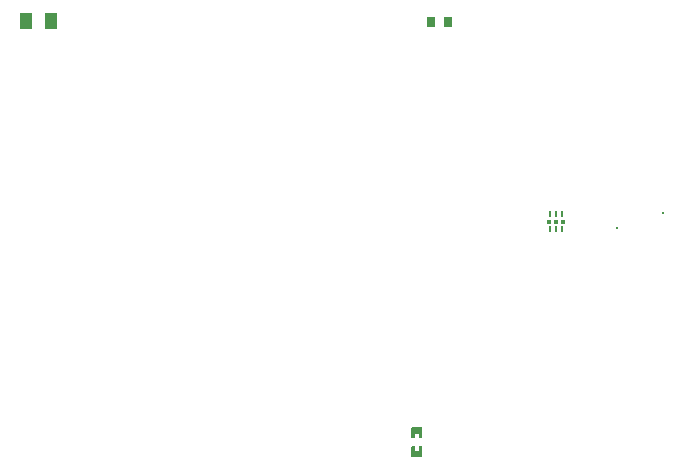
<source format=gtp>
G04 Layer: TopPasteMaskLayer*
G04 EasyEDA v6.5.44, 2024-08-16 12:26:17*
G04 7e42b9d55ad24638b13205517f627361,2d8cd5a3a09a4cbeba5460295dcbb1e6,10*
G04 Gerber Generator version 0.2*
G04 Scale: 100 percent, Rotated: No, Reflected: No *
G04 Dimensions in millimeters *
G04 leading zeros omitted , absolute positions ,4 integer and 5 decimal *
%FSLAX45Y45*%
%MOMM*%

%AMMACRO1*21,1,$1,$2,0,0,$3*%
%ADD10C,0.3000*%
%ADD11R,0.8000X0.9000*%
%ADD12MACRO1,1X1.3995X0.0000*%
%ADD13R,1.0000X1.3995*%
%ADD14R,0.2800X0.5000*%
%ADD15R,0.4500X0.3000*%
%ADD16R,0.3000X0.3000*%

%LPD*%
G36*
X4290720Y-4415993D02*
G01*
X4285691Y-4421022D01*
X4285691Y-4500981D01*
X4290720Y-4506010D01*
X4370679Y-4506010D01*
X4375708Y-4500981D01*
X4375708Y-4421022D01*
X4370679Y-4415993D01*
X4347921Y-4415993D01*
X4347921Y-4453026D01*
X4314901Y-4453026D01*
X4314901Y-4415993D01*
G37*
G36*
X4290720Y-4256989D02*
G01*
X4285691Y-4262018D01*
X4285691Y-4341977D01*
X4290720Y-4347006D01*
X4313478Y-4347006D01*
X4313478Y-4309973D01*
X4346498Y-4309973D01*
X4346498Y-4347006D01*
X4370679Y-4347006D01*
X4375708Y-4341977D01*
X4375708Y-4262018D01*
X4370679Y-4256989D01*
G37*
D10*
G01*
X6024879Y-2567939D03*
G01*
X6418300Y-2440101D03*
D11*
G01*
X4451197Y-825500D03*
G01*
X4591202Y-825500D03*
D12*
G01*
X1025283Y-812800D03*
D13*
G01*
X1235329Y-812800D03*
D14*
G01*
X5561787Y-2449601D03*
G01*
X5511800Y-2449601D03*
G01*
X5461812Y-2449601D03*
D15*
G01*
X5451805Y-2514600D03*
D14*
G01*
X5461787Y-2579598D03*
G01*
X5511800Y-2579598D03*
G01*
X5561787Y-2579598D03*
D15*
G01*
X5571794Y-2514600D03*
D16*
G01*
X5511800Y-2514600D03*
M02*

</source>
